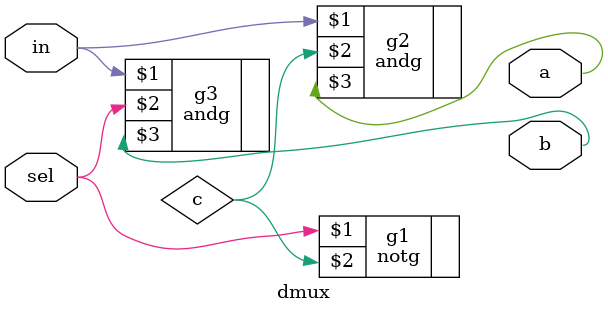
<source format=v>
`ifndef andg
  `include "src/andg.v"
`endif

`ifndef notg
  `include "src/notg.v"
`endif

`define dmux 1

module dmux (input in, input sel, output a, output b);
  wire c;

  notg g1 (sel, c);
  andg g2 (in, c, a);
  andg g3 (in, sel, b);
endmodule

</source>
